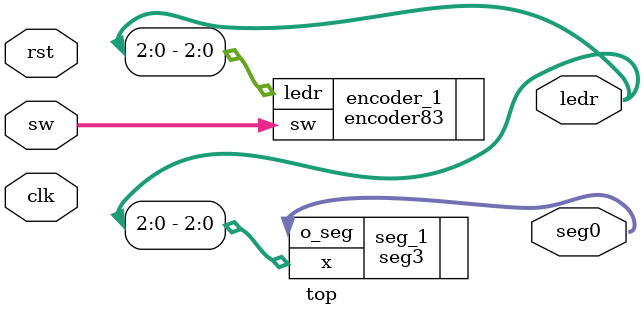
<source format=v>
module top (
    input clk,
    input rst,
    input [8:0] sw,
    output [15:0] ledr,
    output [7:0] seg0
);

encoder83 encoder_1(
    .sw(sw),
    .ledr(ledr[2:0])
);

seg3 seg_1(
    .x(ledr[2:0]),
    .o_seg(seg0)
);

endmodule

</source>
